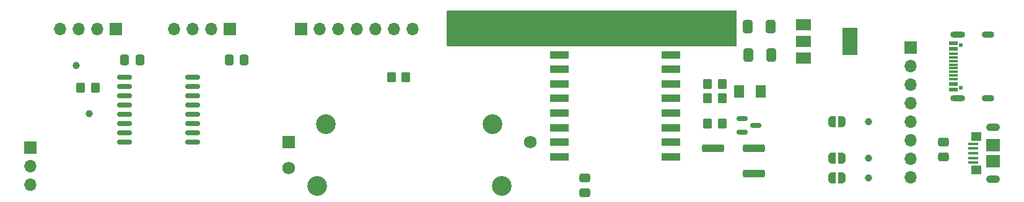
<source format=gbr>
%TF.GenerationSoftware,KiCad,Pcbnew,(6.0.6-0)*%
%TF.CreationDate,2022-07-18T23:29:11+08:00*%
%TF.ProjectId,main,6d61696e-2e6b-4696-9361-645f70636258,rev?*%
%TF.SameCoordinates,Original*%
%TF.FileFunction,Soldermask,Top*%
%TF.FilePolarity,Negative*%
%FSLAX46Y46*%
G04 Gerber Fmt 4.6, Leading zero omitted, Abs format (unit mm)*
G04 Created by KiCad (PCBNEW (6.0.6-0)) date 2022-07-18 23:29:11*
%MOMM*%
%LPD*%
G01*
G04 APERTURE LIST*
G04 Aperture macros list*
%AMRoundRect*
0 Rectangle with rounded corners*
0 $1 Rounding radius*
0 $2 $3 $4 $5 $6 $7 $8 $9 X,Y pos of 4 corners*
0 Add a 4 corners polygon primitive as box body*
4,1,4,$2,$3,$4,$5,$6,$7,$8,$9,$2,$3,0*
0 Add four circle primitives for the rounded corners*
1,1,$1+$1,$2,$3*
1,1,$1+$1,$4,$5*
1,1,$1+$1,$6,$7*
1,1,$1+$1,$8,$9*
0 Add four rect primitives between the rounded corners*
20,1,$1+$1,$2,$3,$4,$5,0*
20,1,$1+$1,$4,$5,$6,$7,0*
20,1,$1+$1,$6,$7,$8,$9,0*
20,1,$1+$1,$8,$9,$2,$3,0*%
%AMFreePoly0*
4,1,22,0.500000,-0.750000,0.000000,-0.750000,0.000000,-0.745033,-0.079941,-0.743568,-0.215256,-0.701293,-0.333266,-0.622738,-0.424486,-0.514219,-0.481581,-0.384460,-0.499164,-0.250000,-0.500000,-0.250000,-0.500000,0.250000,-0.499164,0.250000,-0.499963,0.256109,-0.478152,0.396186,-0.417904,0.524511,-0.324060,0.630769,-0.204165,0.706417,-0.067858,0.745374,0.000000,0.744959,0.000000,0.750000,
0.500000,0.750000,0.500000,-0.750000,0.500000,-0.750000,$1*%
%AMFreePoly1*
4,1,20,0.000000,0.744959,0.073905,0.744508,0.209726,0.703889,0.328688,0.626782,0.421226,0.519385,0.479903,0.390333,0.500000,0.250000,0.500000,-0.250000,0.499851,-0.262216,0.476331,-0.402017,0.414519,-0.529596,0.319384,-0.634700,0.198574,-0.708877,0.061801,-0.746166,0.000000,-0.745033,0.000000,-0.750000,-0.500000,-0.750000,-0.500000,0.750000,0.000000,0.750000,0.000000,0.744959,
0.000000,0.744959,$1*%
G04 Aperture macros list end*
%ADD10R,2.000000X1.500000*%
%ADD11R,2.000000X3.800000*%
%ADD12C,1.000000*%
%ADD13R,1.700000X1.700000*%
%ADD14O,1.700000X1.700000*%
%ADD15RoundRect,0.250000X-0.412500X-0.650000X0.412500X-0.650000X0.412500X0.650000X-0.412500X0.650000X0*%
%ADD16R,2.500000X1.000000*%
%ADD17RoundRect,0.250000X0.337500X0.475000X-0.337500X0.475000X-0.337500X-0.475000X0.337500X-0.475000X0*%
%ADD18RoundRect,0.250000X-0.350000X-0.450000X0.350000X-0.450000X0.350000X0.450000X-0.350000X0.450000X0*%
%ADD19RoundRect,0.250000X0.350000X0.450000X-0.350000X0.450000X-0.350000X-0.450000X0.350000X-0.450000X0*%
%ADD20RoundRect,0.150000X-0.587500X-0.150000X0.587500X-0.150000X0.587500X0.150000X-0.587500X0.150000X0*%
%ADD21RoundRect,0.250000X0.475000X-0.337500X0.475000X0.337500X-0.475000X0.337500X-0.475000X-0.337500X0*%
%ADD22R,1.400000X0.400000*%
%ADD23O,1.900000X1.050000*%
%ADD24R,1.450000X1.150000*%
%ADD25R,1.900000X1.750000*%
%ADD26C,0.600000*%
%ADD27R,1.160000X0.600000*%
%ADD28R,1.160000X0.300000*%
%ADD29O,2.000000X0.900000*%
%ADD30O,1.700000X0.900000*%
%ADD31RoundRect,0.150000X-0.875000X-0.150000X0.875000X-0.150000X0.875000X0.150000X-0.875000X0.150000X0*%
%ADD32RoundRect,0.275000X-1.225000X-0.275000X1.225000X-0.275000X1.225000X0.275000X-1.225000X0.275000X0*%
%ADD33FreePoly0,0.000000*%
%ADD34FreePoly1,0.000000*%
%ADD35RoundRect,0.250001X-0.462499X-0.624999X0.462499X-0.624999X0.462499X0.624999X-0.462499X0.624999X0*%
%ADD36R,1.750000X1.750000*%
%ADD37C,1.750000*%
%ADD38C,2.700000*%
G04 APERTURE END LIST*
D10*
%TO.C,U3*%
X146650000Y-56000000D03*
D11*
X152950000Y-58300000D03*
D10*
X146650000Y-58300000D03*
X146650000Y-60600000D03*
%TD*%
D12*
%TO.C,TP4*%
X155500000Y-74300000D03*
%TD*%
D13*
%TO.C,M1*%
X52650000Y-56550000D03*
D14*
X50110000Y-56550000D03*
X47570000Y-56550000D03*
X45030000Y-56550000D03*
%TD*%
D15*
%TO.C,C4*%
X139037500Y-56200000D03*
X142162500Y-56200000D03*
%TD*%
D16*
%TO.C,U1*%
X113300000Y-60100000D03*
X113300000Y-62100000D03*
X113300000Y-64100000D03*
X113300000Y-66100000D03*
X113300000Y-68100000D03*
X113300000Y-70100000D03*
X113300000Y-72100000D03*
X113300000Y-74100000D03*
X128500000Y-74100000D03*
X128500000Y-72100000D03*
X128500000Y-70100000D03*
X128500000Y-68100000D03*
X128500000Y-66100000D03*
X128500000Y-64100000D03*
X128500000Y-62100000D03*
X128500000Y-60100000D03*
%TD*%
D17*
%TO.C,C6*%
X70200000Y-60800000D03*
X68125000Y-60800000D03*
%TD*%
D18*
%TO.C,R2*%
X133500000Y-69500000D03*
X135500000Y-69500000D03*
%TD*%
D19*
%TO.C,R4*%
X135500000Y-64100000D03*
X133500000Y-64100000D03*
%TD*%
D18*
%TO.C,R5*%
X90300000Y-63200000D03*
X92300000Y-63200000D03*
%TD*%
D19*
%TO.C,R3*%
X135500000Y-66100000D03*
X133500000Y-66100000D03*
%TD*%
D20*
%TO.C,Q1*%
X138212500Y-68850000D03*
X138212500Y-70750000D03*
X140087500Y-69800000D03*
%TD*%
D13*
%TO.C,J5*%
X161300000Y-59100000D03*
D14*
X161300000Y-61640000D03*
X161300000Y-64180000D03*
X161300000Y-66720000D03*
X161300000Y-69260000D03*
X161300000Y-71800000D03*
X161300000Y-74340000D03*
X161300000Y-76880000D03*
%TD*%
D13*
%TO.C,J4*%
X41000000Y-72875000D03*
D14*
X41000000Y-75415000D03*
X41000000Y-77955000D03*
%TD*%
D13*
%TO.C,J3*%
X78000000Y-56600000D03*
D14*
X80540000Y-56600000D03*
X83080000Y-56600000D03*
X85620000Y-56600000D03*
X88160000Y-56600000D03*
X90700000Y-56600000D03*
X93240000Y-56600000D03*
%TD*%
D18*
%TO.C,R1*%
X47850000Y-64600000D03*
X49850000Y-64600000D03*
%TD*%
D13*
%TO.C,M2*%
X68200000Y-56550000D03*
D14*
X65660000Y-56550000D03*
X63120000Y-56550000D03*
X60580000Y-56550000D03*
%TD*%
D21*
%TO.C,C1*%
X116700000Y-79037500D03*
X116700000Y-76962500D03*
%TD*%
D12*
%TO.C,TP5*%
X155500000Y-77000000D03*
%TD*%
D22*
%TO.C,J2*%
X169850000Y-74900000D03*
X169850000Y-74250000D03*
X169850000Y-73600000D03*
X169850000Y-72950000D03*
X169850000Y-72300000D03*
D23*
X172500000Y-77175000D03*
D24*
X170270000Y-75920000D03*
D25*
X172500000Y-74725000D03*
D23*
X172500000Y-70025000D03*
D24*
X170270000Y-71280000D03*
D25*
X172500000Y-72475000D03*
%TD*%
D26*
%TO.C,J1*%
X168175000Y-58810000D03*
X168175000Y-64590000D03*
D27*
X167115000Y-64900000D03*
X167115000Y-64100000D03*
D28*
X167115000Y-62950000D03*
X167115000Y-61950000D03*
X167115000Y-61450000D03*
X167115000Y-60450000D03*
D27*
X167115000Y-59300000D03*
X167115000Y-58500000D03*
X167115000Y-58500000D03*
X167115000Y-59300000D03*
D28*
X167115000Y-59950000D03*
X167115000Y-60950000D03*
X167115000Y-62450000D03*
X167115000Y-63450000D03*
D27*
X167115000Y-64100000D03*
X167115000Y-64900000D03*
D29*
X167695000Y-57380000D03*
X167695000Y-66020000D03*
D30*
X171865000Y-66020000D03*
X171865000Y-57380000D03*
%TD*%
D21*
%TO.C,C2*%
X165800000Y-74137500D03*
X165800000Y-72062500D03*
%TD*%
D31*
%TO.C,U2*%
X53850000Y-63155000D03*
X53850000Y-64425000D03*
X53850000Y-65695000D03*
X53850000Y-66965000D03*
X53850000Y-68235000D03*
X53850000Y-69505000D03*
X53850000Y-70775000D03*
X53850000Y-72045000D03*
X63150000Y-72045000D03*
X63150000Y-70775000D03*
X63150000Y-69505000D03*
X63150000Y-68235000D03*
X63150000Y-66965000D03*
X63150000Y-65695000D03*
X63150000Y-64425000D03*
X63150000Y-63155000D03*
%TD*%
D12*
%TO.C,TP2*%
X47200000Y-61600000D03*
%TD*%
D32*
%TO.C,BZ1*%
X134295000Y-72905000D03*
X139895000Y-72905000D03*
X139895000Y-76405000D03*
%TD*%
D12*
%TO.C,TP3*%
X155500000Y-69300000D03*
%TD*%
D33*
%TO.C,JP2*%
X150550000Y-74300000D03*
D34*
X151850000Y-74300000D03*
%TD*%
D35*
%TO.C,D1*%
X137850000Y-65150000D03*
X140825000Y-65150000D03*
%TD*%
D12*
%TO.C,TP1*%
X49050000Y-68200000D03*
%TD*%
D36*
%TO.C,RV1*%
X76255000Y-72100000D03*
D37*
X76255000Y-75600000D03*
X109255000Y-72100000D03*
D38*
X81355000Y-69650000D03*
X80155000Y-78050000D03*
X104155000Y-69650000D03*
X105355000Y-78050000D03*
%TD*%
D15*
%TO.C,C3*%
X139075000Y-60100000D03*
X142200000Y-60100000D03*
%TD*%
D17*
%TO.C,C5*%
X55937500Y-60800000D03*
X53862500Y-60800000D03*
%TD*%
D33*
%TO.C,JP1*%
X150550000Y-69300000D03*
D34*
X151850000Y-69300000D03*
%TD*%
D33*
%TO.C,JP3*%
X150550000Y-77000000D03*
D34*
X151850000Y-77000000D03*
%TD*%
G36*
X137440143Y-54020002D02*
G01*
X137486636Y-54073658D01*
X137498022Y-54126026D01*
X137497034Y-58842587D01*
X137477018Y-58910704D01*
X137423352Y-58957186D01*
X137371039Y-58968561D01*
X98024651Y-58969994D01*
X97956529Y-58949994D01*
X97910034Y-58896340D01*
X97898646Y-58843994D01*
X97898646Y-54126000D01*
X97918648Y-54057879D01*
X97972304Y-54011386D01*
X98024646Y-54000000D01*
X137372022Y-54000000D01*
X137440143Y-54020002D01*
G37*
M02*

</source>
